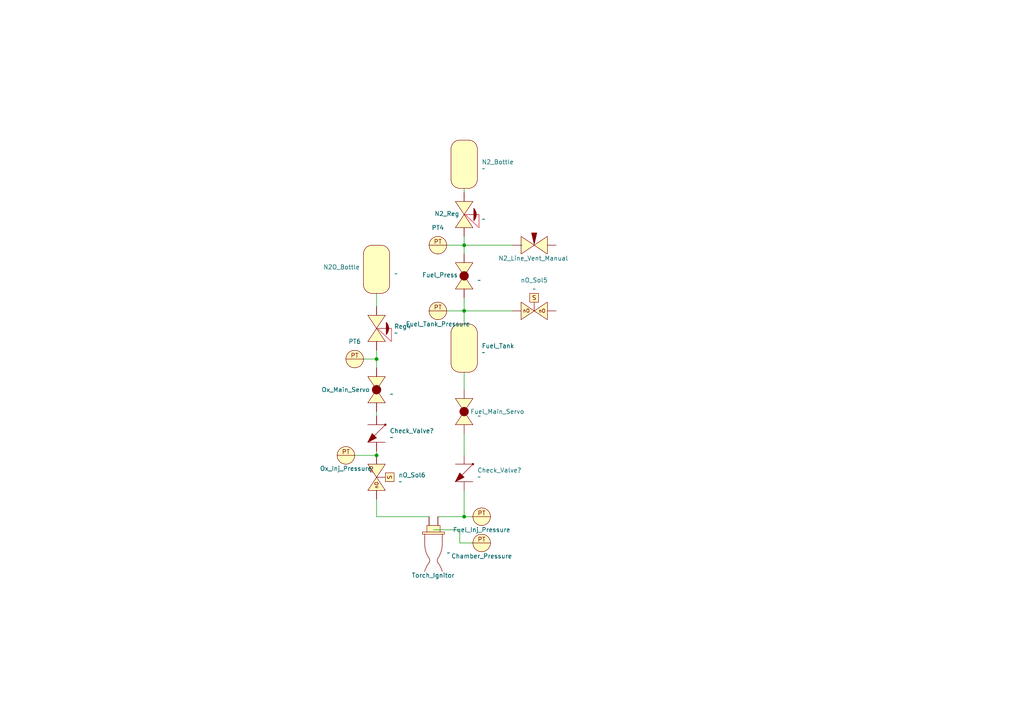
<source format=kicad_sch>
(kicad_sch (version 20250114) (generator "eeschema") (generator_version "9.0")
  (paper "A4")
  (lib_symbols
    (symbol "Ball_Valve_1"
      (property "Reference" "Ball_Valve" (at 3.81 -4.318 0))
      (symbol "Ball_Valve_1_1_1"
        (polyline (pts (xy 3.81 0) (xy 0 -2.54) (xy 0 2.54) (xy 3.81 0)) (fill (type background)))
        (polyline (pts (xy 3.81 0) (xy 7.62 2.54) (xy 7.62 -2.54) (xy 3.81 0)) (fill (type background)))
        (circle (center 3.81 0) (radius 1.27) (fill (type outline)))
        (pin passive line (at -2.54 0 0) (length 2.54) (name "") (number ""))
        (pin passive line (at 10.16 0 180) (length 2.54) (name "") (number ""))
      )
    )
    (symbol "Check_Valve_1"
      (property "Reference" "CV" (at 2.54 -4.064 0))
      (symbol "Check_Valve_1_0_1"
        (polyline (pts (xy 0 2.54) (xy 5.08 -2.54)))
        (polyline (pts (xy 0 0) (xy 0 2.54)))
        (polyline (pts (xy 0 0) (xy 0 -2.54)))
        (polyline (pts (xy 5.08 -2.54) (xy 5.08 2.54)))
      )
      (symbol "Check_Valve_1_1_1"
        (circle (center 0 2.54) (radius 0.254) (fill (type outline)))
        (polyline (pts (xy 5.08 -2.54) (xy 2.54 -1.27) (xy 3.81 0) (xy 5.08 -2.54)) (fill (type outline)))
        (pin input line (at -2.54 0 0) (length 2.54) (name "") (number ""))
        (pin output line (at 7.62 0 180) (length 2.54) (name "") (number ""))
      )
    )
    (symbol "PID:Normally Open Solenoid"
      (property "Reference" "nO_Sol" (at 3.81 -3.81 0))
      (symbol "Normally Open Solenoid_0_1"
        (polyline (pts (xy 3.81 0) (xy 3.81 2.54)))
      )
      (symbol "Normally Open Solenoid_1_1"
        (polyline (pts (xy 0 0) (xy 0 2.54) (xy 3.81 0) (xy 0 -2.54) (xy 0 0)) (fill (type background)))
        (polyline (pts (xy 3.81 2.54) (xy 2.54 2.54) (xy 2.54 5.08) (xy 5.08 5.08) (xy 5.08 2.54) (xy 3.81 2.54)) (fill (type background)))
        (polyline (pts (xy 3.81 0) (xy 7.62 2.54) (xy 7.62 -2.54) (xy 3.81 0)) (fill (type background)))
        (text "nO\n\n" (at 1.524 -0.762 0) (effects (font (size 1 1))))
        (text "S\n" (at 3.81 3.81 0) (effects (font (size 1.27 1.27))))
        (text "nO" (at 6.096 0 0) (effects (font (size 1 1))))
        (pin passive line (at -2.54 0 0) (length 2.54) (name "") (number ""))
        (pin passive line (at 10.16 0 180) (length 2.54) (name "") (number ""))
      )
    )
    (symbol "PID:Pressure_Regulator"
      (property "Reference" "Reg" (at 3.81 -2.54 0))
      (symbol "Pressure_Regulator_0_1"
        (polyline (pts (xy 2.032 2.794) (xy 5.588 2.794)))
        (polyline (pts (xy 3.81 2.54) (xy 3.81 2.794)))
        (polyline (pts (xy 3.81 0) (xy 3.81 2.54)))
      )
      (symbol "Pressure_Regulator_1_1"
        (polyline (pts (xy 0 0) (xy 0 2.54) (xy 3.81 0) (xy 0 -2.54) (xy 0 0)) (fill (type background)))
        (polyline (pts (xy 2.032 2.794) (xy 5.588 2.794) (xy 5.334 3.048) (xy 4.826 3.302) (xy 3.81 3.556) (xy 2.794 3.302) (xy 2.286 3.048) (xy 2.032 2.794)) (stroke (width 0.01)) (fill (type outline)))
        (polyline (pts (xy 3.81 4.318) (xy 3.81 3.81)))
        (polyline (pts (xy 3.81 3.81) (xy 3.81 3.556)))
        (arc (start 2.032 2.794) (mid 3.81 3.5305) (end 5.588 2.794))
        (polyline (pts (xy 3.81 0.254) (xy 7.62 4.318) (xy 3.81 4.318)) (stroke (width 0.25) (color 224 108 117 1)))
        (polyline (pts (xy 3.81 0) (xy 7.62 2.54) (xy 7.62 -2.54) (xy 3.81 0)) (fill (type background)))
        (pin passive line (at -2.54 0 0) (length 2.54) (name "") (number ""))
        (pin passive line (at 10.16 0 180) (length 2.54) (name "") (number ""))
      )
    )
    (symbol "PID:Pressure_Transducer"
      (property "Reference" "PT" (at 0 -3.81 0))
      (symbol "Pressure_Transducer_0_1"
        (polyline (pts (xy -2.54 0) (xy 2.54 0)))
      )
      (symbol "Pressure_Transducer_1_1"
        (circle (center 0 0) (radius 2.54) (fill (type background)))
        (text "PT\n" (at 0 1.016 0) (effects (font (size 1.27 1.27))))
        (pin passive line (at -2.54 0 0) (length 0) (name "") (number ""))
        (pin passive line (at 0 -2.54 90) (length 0) (name "") (number ""))
        (pin passive line (at 2.54 0 180) (length 0) (name "") (number ""))
      )
    )
    (symbol "PID_symbols:Check_Valve"
      (property "Reference" "CV" (at 2.54 -4.064 0))
      (symbol "Check_Valve_0_1"
        (polyline (pts (xy 0 2.54) (xy 5.08 -2.54)))
        (polyline (pts (xy 0 0) (xy 0 2.54)))
        (polyline (pts (xy 0 0) (xy 0 -2.54)))
        (polyline (pts (xy 5.08 -2.54) (xy 5.08 2.54)))
      )
      (symbol "Check_Valve_1_1"
        (circle (center 0 2.54) (radius 0.254) (fill (type outline)))
        (polyline (pts (xy 5.08 -2.54) (xy 2.54 -1.27) (xy 3.81 0) (xy 5.08 -2.54)) (fill (type outline)))
        (pin input line (at -2.54 0 0) (length 2.54) (name "") (number ""))
        (pin output line (at 7.62 0 180) (length 2.54) (name "") (number ""))
      )
    )
    (symbol "PID_symbols:Needle_Valve"
      (property "Reference" "Needle_Valve" (at 3.556 -3.81 0))
      (symbol "Needle_Valve_1_1"
        (polyline (pts (xy 0 0) (xy 0 2.54) (xy 3.81 0) (xy 0 -2.54) (xy 0 0)) (fill (type background)))
        (polyline (pts (xy 3.048 3.556) (xy 3.81 0.254) (xy 4.572 3.556) (xy 3.048 3.556)) (fill (type outline)))
        (polyline (pts (xy 7.62 0) (xy 7.62 2.54) (xy 3.81 0) (xy 7.62 -2.54) (xy 7.62 0)) (fill (type background)))
        (pin passive line (at -2.54 0 0) (length 2.54) (name "") (number ""))
        (pin passive line (at 10.16 0 180) (length 2.54) (name "") (number ""))
      )
    )
    (symbol "PID_symbols:Pressure_Transducer"
      (property "Reference" "PT" (at 0 -3.81 0))
      (symbol "Pressure_Transducer_0_1"
        (polyline (pts (xy -2.54 0) (xy 2.54 0)))
      )
      (symbol "Pressure_Transducer_1_1"
        (circle (center 0 0) (radius 2.54) (fill (type background)))
        (text "PT\n" (at 0 1.016 0) (effects (font (size 1.27 1.27))))
        (pin passive line (at -2.54 0 0) (length 0) (name "") (number ""))
        (pin passive line (at 0 -2.54 90) (length 0) (name "") (number ""))
        (pin passive line (at 2.54 0 180) (length 0) (name "") (number ""))
      )
    )
    (symbol "PnID_symbols:Ball_Valve"
      (property "Reference" "Ball_Valve" (at 3.81 -4.318 0))
      (symbol "Ball_Valve_1_1"
        (polyline (pts (xy 3.81 0) (xy 0 -2.54) (xy 0 2.54) (xy 3.81 0)) (fill (type background)))
        (polyline (pts (xy 3.81 0) (xy 7.62 2.54) (xy 7.62 -2.54) (xy 3.81 0)) (fill (type background)))
        (circle (center 3.81 0) (radius 1.27) (fill (type outline)))
        (pin passive line (at -2.54 0 0) (length 2.54) (name "") (number ""))
        (pin passive line (at 10.16 0 180) (length 2.54) (name "") (number ""))
      )
    )
    (symbol "PnID_symbols:Engine"
      (property "Reference" "U" (at 12.7 0 0))
      (symbol "Engine_0_1"
        (arc (start 2.54 -2.667) (mid 2.2411 -4.9249) (end 1.27 -6.985))
        (arc (start 1.27 -8.255) (mid 2.0309 -9.462) (end 2.54 -10.795))
        (polyline (pts (xy -2.54 0) (xy -2.54 -2.667)))
        (polyline (pts (xy -2.54 0) (xy 2.54 0)))
        (arc (start -1.27 -6.985) (mid -1.0887 -7.62) (end -1.27 -8.255))
        (arc (start 1.27 -8.255) (mid 1.0886 -7.62) (end 1.27 -6.985))
        (polyline (pts (xy 2.54 0) (xy 2.54 -2.54)))
        (arc (start -2.54 -10.795) (mid -2.0309 -9.462) (end -1.27 -8.255))
        (arc (start -1.27 -6.985) (mid -2.2411 -4.9249) (end -2.54 -2.667))
      )
      (symbol "Engine_1_1"
        (polyline (pts (xy -2.54 0) (xy -3.175 0) (xy -3.175 0.635) (xy 3.175 0.635) (xy 3.175 0) (xy 2.54 0)) (fill (type background)))
        (polyline (pts (xy -1.905 0.635) (xy -1.905 2.54) (xy 1.905 2.54) (xy 1.905 0.635)) (fill (type background)))
        (pin passive line (at -1.27 5.08 270) (length 2.54) (name "") (number ""))
        (pin passive line (at 1.27 5.08 270) (length 2.54) (name "") (number ""))
      )
    )
    (symbol "PnID_symbols:Pressure_Regulator"
      (property "Reference" "Pressure_Regulator" (at 4.318 -3.81 0))
      (symbol "Pressure_Regulator_0_1"
        (polyline (pts (xy 2.032 2.794) (xy 5.588 2.794)))
        (polyline (pts (xy 3.81 2.54) (xy 3.81 2.794)))
        (polyline (pts (xy 3.81 0) (xy 3.81 2.54)))
      )
      (symbol "Pressure_Regulator_1_1"
        (polyline (pts (xy 0 0) (xy 0 2.54) (xy 3.81 0) (xy 0 -2.54) (xy 0 0)) (fill (type background)))
        (polyline (pts (xy 2.032 2.794) (xy 5.588 2.794) (xy 5.334 3.048) (xy 4.826 3.302) (xy 3.81 3.556) (xy 2.794 3.302) (xy 2.286 3.048) (xy 2.032 2.794)) (stroke (width 0.01)) (fill (type outline)))
        (polyline (pts (xy 3.81 4.318) (xy 3.81 3.81)))
        (polyline (pts (xy 3.81 3.81) (xy 3.81 3.556)))
        (arc (start 2.032 2.794) (mid 3.81 3.5305) (end 5.588 2.794))
        (polyline (pts (xy 3.81 0.254) (xy 7.62 4.318) (xy 3.81 4.318)) (stroke (width 0.25) (color 224 108 117 1)))
        (polyline (pts (xy 3.81 0) (xy 7.62 2.54) (xy 7.62 -2.54) (xy 3.81 0)) (fill (type background)))
        (pin passive line (at -2.54 0 0) (length 2.54) (name "") (number ""))
        (pin passive line (at 10.16 0 180) (length 2.54) (name "") (number ""))
      )
    )
    (symbol "PnID_symbols:Tank"
      (property "Reference" "T" (at 6.35 5.08 0))
      (symbol "Tank_0_1"
        (polyline (pts (xy -2.54 0) (xy -2.54 8.89)))
        (arc (start -2.54 8.89) (mid -1.7961 10.6861) (end 0 11.43))
        (arc (start 0 -2.54) (mid -1.7961 -1.7961) (end -2.54 0))
        (polyline (pts (xy 0 11.43) (xy 2.54 11.43)))
        (polyline (pts (xy 0 -2.54) (xy 2.54 -2.54)))
        (arc (start 2.54 11.43) (mid 4.3361 10.6861) (end 5.08 8.89))
        (arc (start 5.08 0) (mid 4.3361 -1.7961) (end 2.54 -2.54))
        (polyline (pts (xy 5.08 0) (xy 5.08 8.89)))
      )
      (symbol "Tank_1_1"
        (polyline (pts (xy -2.54 0) (xy -2.286 -1.016) (xy -2.032 -1.524) (xy -1.524 -2.032) (xy -1.016 -2.286) (xy -0.254 -2.54) (xy 1.524 -2.54) (xy 2.286 -2.54) (xy 3.048 -2.54) (xy 4.064 -2.032) (xy 4.572 -1.524) (xy 4.826 -1.016) (xy 5.08 0) (xy 5.08 3.81) (xy 5.08 8.89) (xy 4.826 9.906) (xy 4.318 10.668) (xy 3.81 11.176) (xy 3.048 11.43) (xy 1.524 11.43) (xy 0.508 11.43) (xy -0.254 11.43) (xy -1.016 11.176) (xy -1.524 10.922) (xy -2.032 10.414) (xy -2.54 9.144) (xy -2.54 0)) (stroke (width -0.0001)) (fill (type background)))
        (pin passive line (at 1.27 11.43 270) (length 0) (name "") (number ""))
        (pin passive line (at 1.27 -2.54 90) (length 0) (name "") (number ""))
      )
    )
    (symbol "Pressure_Transducer_1"
      (property "Reference" "PT" (at 0 -3.81 0))
      (symbol "Pressure_Transducer_1_0_1"
        (polyline (pts (xy -2.54 0) (xy 2.54 0)))
      )
      (symbol "Pressure_Transducer_1_1_1"
        (circle (center 0 0) (radius 2.54) (fill (type background)))
        (text "PT\n" (at 0 1.016 0) (effects (font (size 1.27 1.27))))
        (pin passive line (at -2.54 0 0) (length 0) (name "") (number ""))
        (pin passive line (at 0 -2.54 90) (length 0) (name "") (number ""))
        (pin passive line (at 2.54 0 180) (length 0) (name "") (number ""))
      )
    )
    (symbol "Pressure_Transducer_2"
      (property "Reference" "PT" (at 0 -3.81 0))
      (symbol "Pressure_Transducer_2_0_1"
        (polyline (pts (xy -2.54 0) (xy 2.54 0)))
      )
      (symbol "Pressure_Transducer_2_1_1"
        (circle (center 0 0) (radius 2.54) (fill (type background)))
        (text "PT\n" (at 0 1.016 0) (effects (font (size 1.27 1.27))))
        (pin passive line (at -2.54 0 0) (length 0) (name "") (number ""))
        (pin passive line (at 0 -2.54 90) (length 0) (name "") (number ""))
        (pin passive line (at 2.54 0 180) (length 0) (name "") (number ""))
      )
    )
    (symbol "Pressure_Transducer_3"
      (property "Reference" "PT" (at 0 -3.81 0))
      (symbol "Pressure_Transducer_3_0_1"
        (polyline (pts (xy -2.54 0) (xy 2.54 0)))
      )
      (symbol "Pressure_Transducer_3_1_1"
        (circle (center 0 0) (radius 2.54) (fill (type background)))
        (text "PT\n" (at 0 1.016 0) (effects (font (size 1.27 1.27))))
        (pin passive line (at -2.54 0 0) (length 0) (name "") (number ""))
        (pin passive line (at 0 -2.54 90) (length 0) (name "") (number ""))
        (pin passive line (at 2.54 0 180) (length 0) (name "") (number ""))
      )
    )
  )
  (junction (at 134.62 71.12))
  (junction (at 109.22 104.14))
  (junction (at 134.62 149.86))
  (junction (at 134.62 90.17))
  (junction (at 109.22 132.08))
  (wire (pts (xy 134.62 142.24) (xy 134.62 149.86)))
  (wire (pts (xy 134.62 54.61) (xy 134.62 55.88)))
  (wire (pts (xy 134.62 86.36) (xy 134.62 90.17)))
  (wire (pts (xy 129.54 71.12) (xy 134.62 71.12)))
  (wire (pts (xy 134.62 68.58) (xy 134.62 71.12)))
  (wire (pts (xy 129.54 90.17) (xy 134.62 90.17)))
  (wire (pts (xy 125.73 153.67) (xy 133.35 153.67)))
  (wire (pts (xy 109.22 132.08) (xy 109.22 130.81)))
  (wire (pts (xy 134.62 71.12) (xy 148.59 71.12)))
  (wire (pts (xy 134.62 90.17) (xy 134.62 93.98)))
  (wire (pts (xy 109.22 104.14) (xy 109.22 106.68)))
  (wire (pts (xy 127 149.86) (xy 134.62 149.86)))
  (wire (pts (xy 134.62 107.95) (xy 134.62 113.03)))
  (wire (pts (xy 134.62 71.12) (xy 134.62 73.66)))
  (wire (pts (xy 133.35 153.67) (xy 133.35 157.48)))
  (wire (pts (xy 109.22 119.38) (xy 109.22 120.65)))
  (wire (pts (xy 109.22 149.86) (xy 124.46 149.86)))
  (wire (pts (xy 105.41 104.14) (xy 109.22 104.14)))
  (wire (pts (xy 134.62 90.17) (xy 148.59 90.17)))
  (wire (pts (xy 134.62 125.73) (xy 134.62 132.08)))
  (wire (pts (xy 109.22 101.6) (xy 109.22 104.14)))
  (wire (pts (xy 133.35 157.48) (xy 137.16 157.48)))
  (wire (pts (xy 109.22 85.09) (xy 109.22 88.9)))
  (wire (pts (xy 102.87 132.08) (xy 109.22 132.08)))
  (wire (pts (xy 109.22 144.78) (xy 109.22 149.86)))
  (wire (pts (xy 134.62 149.86) (xy 137.16 149.86)))
  (symbol (lib_id "PID:Pressure_Transducer") (at 127 71.12 0) (unit 1)
    (property "Reference" "PT4" (at 127 66.04 0))
  )
  (symbol (lib_id "PnID_symbols:Engine") (at 125.73 154.94 0) (unit 1)
    (property "Reference" "Torch_Ignitor" (at 119.38 166.878 0) (effects (justify left)))
    (property "Value" "~" (at 129.54 160.3375 0) (effects (justify left)))
  )
  (symbol (lib_id "PID_symbols:Pressure_Transducer") (at 139.7 157.48 0) (unit 1)
    (property "Reference" "Chamber_Pressure" (at 139.7 161.29 0))
  )
  (symbol (lib_name "Ball_Valve_1") (lib_id "PnID_symbols:Ball_Valve") (at 134.62 123.19 90) (unit 1)
    (property "Reference" "Fuel_Main_Servo" (at 136.398 119.38 90) (effects (justify right)))
    (property "Value" "~" (at 138.43 120.65 90) (effects (justify right)))
  )
  (symbol (lib_id "PID_symbols:Needle_Valve") (at 151.13 71.12 0) (unit 1)
    (property "Reference" "N2_Line_Vent_Manual" (at 154.686 74.93 0))
    (property "Value" "~" (at 151.13 71.12 0))
  )
  (symbol (lib_id "PnID_symbols:Tank") (at 133.35 52.07 0) (unit 1)
    (property "Reference" "N2_Bottle" (at 139.7 46.9899 0) (effects (justify left)))
    (property "Value" "~" (at 139.7 48.895 0) (effects (justify left)))
  )
  (symbol (lib_id "PnID_symbols:Tank") (at 133.35 105.41 0) (unit 1)
    (property "Reference" "Fuel_Tank" (at 139.7 100.3299 0) (effects (justify left)))
    (property "Value" "~" (at 139.7 102.235 0) (effects (justify left)))
  )
  (symbol (lib_name "Pressure_Transducer_1") (lib_id "PID_symbols:Pressure_Transducer") (at 139.7 149.86 0) (unit 1)
    (property "Reference" "Fuel_Inj_Pressure" (at 139.7 153.67 0))
  )
  (symbol (lib_name "Pressure_Transducer_2") (lib_id "PID_symbols:Pressure_Transducer") (at 100.33 132.08 0) (unit 1)
    (property "Reference" "Ox_Inj_Pressure" (at 100.33 135.89 0))
  )
  (symbol (lib_id "PnID_symbols:Tank") (at 107.95 82.55 0) (unit 1)
    (property "Reference" "N2O_Bottle" (at 93.726 77.47 0) (effects (justify left)))
    (property "Value" "~" (at 114.3 79.375 0) (effects (justify left)))
  )
  (symbol (lib_id "PID:Pressure_Regulator") (at 109.22 91.44 270) (unit 1)
    (property "Reference" "Reg4" (at 114.3 94.6774 90) (effects (justify left)))
    (property "Value" "~" (at 114.3 96.5825 90) (effects (justify left)))
    (property "Description" "Pressure Regulator" (effects (hide yes)))
  )
  (symbol (lib_id "PID_symbols:Check_Valve") (at 109.22 123.19 270) (unit 1)
    (property "Reference" "Check_Valve?" (at 113.03 124.9679 90) (effects (justify left)))
    (property "Value" "~" (at 113.03 126.873 90) (effects (justify left)))
  )
  (symbol (lib_id "PID:Normally Open Solenoid") (at 109.22 134.62 270) (unit 1)
    (property "Reference" "nO_Sol6" (at 115.57 137.7949 90) (effects (justify left)))
    (property "Value" "~" (at 115.57 139.7 90) (effects (justify left)))
  )
  (symbol (lib_name "Check_Valve_1") (lib_id "PID_symbols:Check_Valve") (at 134.62 134.62 270) (unit 1)
    (property "Reference" "Check_Valve?" (at 138.43 136.3979 90) (effects (justify left)))
    (property "Value" "~" (at 138.43 138.303 90) (effects (justify left)))
  )
  (symbol (lib_id "PID:Normally Open Solenoid") (at 151.13 90.17 0) (unit 1)
    (property "Reference" "nO_Sol5" (at 154.94 81.28 0))
    (property "Value" "~" (at 154.94 83.82 0))
  )
  (symbol (lib_name "Pressure_Transducer_3") (lib_id "PID_symbols:Pressure_Transducer") (at 127 90.17 0) (unit 1)
    (property "Reference" "Fuel_Tank_Pressure" (at 127 93.98 0))
  )
  (symbol (lib_id "PID:Pressure_Transducer") (at 102.87 104.14 0) (unit 1)
    (property "Reference" "PT6" (at 102.87 99.06 0))
  )
  (symbol (lib_id "PnID_symbols:Ball_Valve") (at 134.62 83.82 90) (unit 1)
    (property "Reference" "Fuel_Press" (at 122.428 79.756 90) (effects (justify right)))
    (property "Value" "~" (at 138.43 81.28 90) (effects (justify right)))
  )
  (symbol (lib_id "PnID_symbols:Pressure_Regulator") (at 134.62 58.42 270) (unit 1)
    (property "Reference" "N2_Reg" (at 125.984 61.976 90) (effects (justify left)))
    (property "Value" "~" (at 139.7 63.5625 90) (effects (justify left)))
  )
  (symbol (lib_name "Ball_Valve_1") (lib_id "PnID_symbols:Ball_Valve") (at 109.22 116.84 90) (unit 1)
    (property "Reference" "Ox_Main_Servo" (at 93.218 113.03 90) (effects (justify right)))
    (property "Value" "~" (at 113.03 114.3 90) (effects (justify right)))
  )
)
</source>
